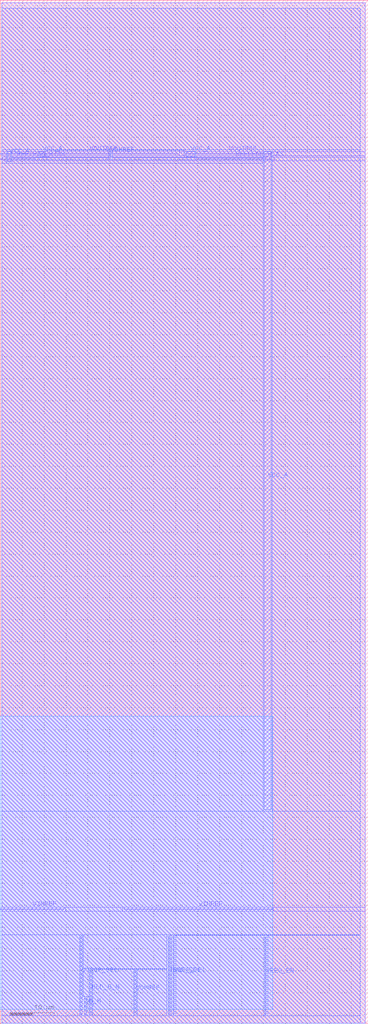
<source format=lef>
# Copyright 2020 The SkyWater PDK Authors
#
# Licensed under the Apache License, Version 2.0 (the "License");
# you may not use this file except in compliance with the License.
# You may obtain a copy of the License at
#
#     https://www.apache.org/licenses/LICENSE-2.0
#
# Unless required by applicable law or agreed to in writing, software
# distributed under the License is distributed on an "AS IS" BASIS,
# WITHOUT WARRANTIES OR CONDITIONS OF ANY KIND, either express or implied.
# See the License for the specific language governing permissions and
# limitations under the License.
#
# SPDX-License-Identifier: Apache-2.0

VERSION 5.7 ;
  NOWIREEXTENSIONATPIN ON ;
  DIVIDERCHAR "/" ;
  BUSBITCHARS "[]" ;
MACRO sky130_fd_io__top_refgen
  CLASS BLOCK ;
  FOREIGN sky130_fd_io__top_refgen ;
  ORIGIN  0.035000  1.965000 ;
  SIZE  83.87500 BY  233.1650 ;
  PIN HLD_H_N
    PORT
      LAYER met2 ;
        RECT 20.555000 0.000000 20.815000 10.230000 ;
    END
  END HLD_H_N
  PIN IBUF_SEL
    PORT
      LAYER met2 ;
        RECT 38.250000 0.000000 38.510000 17.950000 ;
    END
  END IBUF_SEL
  PIN OD_H
    PORT
      LAYER met2 ;
        RECT 19.180000 0.000000 19.440000 3.790000 ;
    END
  END OD_H
  PIN REFLEAK_BIAS
    PORT
      LAYER met1 ;
        RECT 0.000000 194.905000 7.485000 195.135000 ;
    END
    PORT
      LAYER met1 ;
        RECT 45.105000 194.905000 62.050000 195.135000 ;
    END
  END REFLEAK_BIAS
  PIN VCC_A
    PORT
      LAYER met2 ;
        RECT 1.725000 194.400000 2.390000 196.860000 ;
    END
    PORT
      LAYER met2 ;
        RECT 42.385000 195.555000 44.335000 196.860000 ;
    END
    PORT
      LAYER met2 ;
        RECT 60.190000 46.675000 61.745000 196.860000 ;
    END
    PORT
      LAYER met2 ;
        RECT 8.965000 195.555000 10.110000 196.860000 ;
    END
  END VCC_A
  PIN VINREF
    PORT
      LAYER met1 ;
        RECT 0.080000 23.915000 14.480000 24.175000 ;
    END
    PORT
      LAYER met1 ;
        RECT 28.250000 23.915000 61.970000 24.175000 ;
    END
  END VINREF
  PIN VOHREF
    PORT
      LAYER met2 ;
        RECT 24.980000 195.190000 25.240000 196.760000 ;
    END
    PORT
      LAYER met2 ;
        RECT 30.705000 0.000000 30.965000 10.100000 ;
    END
  END VOHREF
  PIN VOUTREF
    PORT
      LAYER met1 ;
        RECT 0.000000 196.100000 40.510000 196.360000 ;
    END
    PORT
      LAYER met1 ;
        RECT 42.050000 196.100000 62.050000 196.360000 ;
    END
  END VOUTREF
  PIN VREF_SEL
    PORT
      LAYER met2 ;
        RECT 39.415000 0.000000 39.675000 17.950000 ;
    END
  END VREF_SEL
  PIN VREG_EN
    PORT
      LAYER met2 ;
        RECT 60.400000 0.000000 60.660000 17.825000 ;
    END
  END VREG_EN
  PIN VTRIP_SEL
    PORT
      LAYER met2 ;
        RECT 18.400000 0.000000 18.660000 17.950000 ;
    END
  END VTRIP_SEL
  OBS
    LAYER li1 ;
      RECT 0.335000 -1.940000 83.240000 230.600000 ;
    LAYER met1 ;
      RECT  0.310000  -1.965000 83.240000  23.635000 ;
      RECT  0.310000  24.455000 83.240000 194.625000 ;
      RECT  0.310000 195.415000 83.240000 195.820000 ;
      RECT  0.310000 196.640000 83.240000 230.600000 ;
      RECT  7.765000 194.625000 44.825000 195.415000 ;
      RECT 14.760000  23.635000 27.970000  24.455000 ;
      RECT 40.790000 195.820000 41.770000 196.640000 ;
      RECT 62.250000  23.635000 83.240000  24.455000 ;
      RECT 62.330000 194.625000 83.240000 195.415000 ;
      RECT 62.330000 195.820000 83.240000 196.640000 ;
    LAYER met2 ;
      RECT  0.295000  -1.965000 82.005000  -0.280000 ;
      RECT  0.295000  -0.280000 18.120000  18.230000 ;
      RECT  0.295000  18.230000 82.005000  46.395000 ;
      RECT  0.295000  46.395000 59.910000 194.120000 ;
      RECT  0.295000 194.120000  1.445000 197.140000 ;
      RECT  0.295000 197.140000 82.005000 229.365000 ;
      RECT  2.670000 194.120000 59.910000 194.910000 ;
      RECT  2.670000 194.910000 24.700000 195.275000 ;
      RECT  2.670000 195.275000  8.685000 197.140000 ;
      RECT 10.390000 195.275000 24.700000 197.040000 ;
      RECT 10.390000 197.040000 42.105000 197.140000 ;
      RECT 18.940000   4.070000 20.275000  10.510000 ;
      RECT 18.940000  10.510000 37.970000  18.230000 ;
      RECT 19.720000  -0.280000 20.275000   4.070000 ;
      RECT 21.095000  -0.280000 30.425000  10.380000 ;
      RECT 21.095000  10.380000 37.970000  10.510000 ;
      RECT 25.520000 194.910000 59.910000 195.275000 ;
      RECT 25.520000 195.275000 42.105000 197.040000 ;
      RECT 31.245000  -0.280000 37.970000  10.380000 ;
      RECT 38.790000  -0.280000 39.135000  18.230000 ;
      RECT 39.955000  -0.280000 60.120000  18.105000 ;
      RECT 39.955000  18.105000 82.005000  18.230000 ;
      RECT 44.615000 195.275000 59.910000 197.140000 ;
      RECT 60.940000  -0.280000 82.005000  18.105000 ;
      RECT 62.025000  46.395000 82.005000 197.140000 ;
    LAYER met3 ;
      RECT 0.000000 1.250000 62.100000 67.995000 ;
  END
END sky130_fd_io__top_refgen
END LIBRARY

</source>
